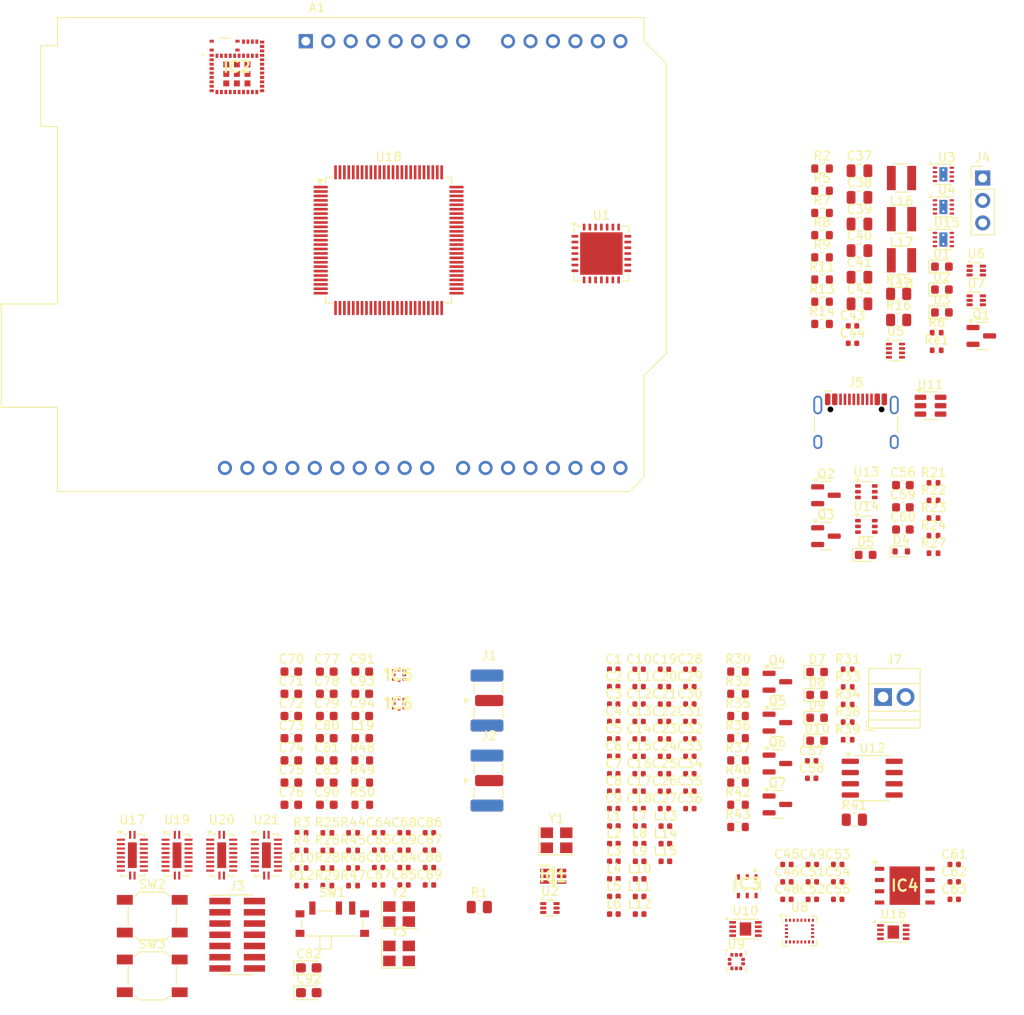
<source format=kicad_pcb>
(kicad_pcb (version 20240108) (generator "pcbnew") (generator_version "8.0")
  (layers (0 "F.Cu" signal) (31 "B.Cu" signal) (34 "B.Paste" user) (35 "F.Paste" user) (36 "B.SilkS" user "B.Silkscreen") (37 "F.SilkS" user "F.Silkscreen") (38 "B.Mask" user) (39 "F.Mask" user) (44 "Edge.Cuts" user))
  (net 0 "")
  (net 1 "GND")
  (net 2 "TX")
  (net 3 "D7")
  (net 4 "uC_VDDA")
  (net 5 "RX")
  (net 6 "D4")
  (net 7 "3.3V_IN")
  (net 8 "EXT_VIN")
  (net 9 "SCK")
  (net 10 "D9")
  (net 11 "SCL")
  (net 12 "A2")
  (net 13 "MOSI")
  (net 14 "D5")
  (net 15 "D6")
  (net 16 "MISO")
  (net 17 "uC_RESET")
  (net 18 "D8")
  (net 19 "D10")
  (net 20 "D3")
  (net 22 "SDA")
  (net 23 "A1")
  (net 24 "A3")
  (net 25 "A0")
  (net 26 "D2")
  (net 27 "XTA")
  (net 28 "VBAT_ANA")
  (net 29 "XTB")
  (net 30 "RFO_LF")
  (net 31 "RFI_LF")
  (net 32 "RFO_HF")
  (net 33 "RFI_HF")
  (net 34 "VR_PA")
  (net 35 "VR_ANA")
  (net 36 "VR_DIG")
  (net 37 "Net-(C12-Pad1)")
  (net 38 "Net-(C12-Pad2)")
  (net 39 "Net-(C13-Pad2)")
  (net 40 "Net-(C13-Pad1)")
  (net 41 "Net-(C17-Pad2)")
  (net 42 "Net-(C18-Pad2)")
  (net 43 "RF_LF_I{slash}O_50L")
  (net 44 "RF_HF_I{slash}O_50L")
  (net 45 "Net-(C29-Pad1)")
  (net 46 "Net-(C30-Pad2)")
  (net 47 "Net-(C31-Pad1)")
  (net 48 "RFC")
  (net 49 "RF_PABOOST_50L")
  (net 50 "RF_BOOST")
  (net 51 "Net-(C35-Pad1)")
  (net 52 "+1V8")
  (net 53 "+3.3V")
  (net 54 "Net-(U15-VOS)")
  (net 55 "ST_Link_VDD")
  (net 56 "USB_VDD")
  (net 57 "Net-(U8-CAP)")
  (net 58 "Net-(U8-C1)")
  (net 59 "Net-(IC3-VC)")
  (net 60 "Net-(C70-Pad1)")
  (net 61 "Net-(C71-Pad1)")
  (net 62 "Net-(C72-Pad1)")
  (net 63 "Net-(C73-Pad1)")
  (net 64 "USER_SW")
  (net 65 "Net-(D1-K)")
  (net 66 "Net-(D2-K)")
  (net 67 "Net-(D3-K)")
  (net 68 "Net-(D5-A)")
  (net 69 "Net-(D5-K)")
  (net 70 "Net-(D7-K)")
  (net 71 "VDD")
  (net 72 "Net-(D8-K)")
  (net 73 "Net-(D9-K)")
  (net 74 "Net-(D10-K)")
  (net 75 "uC_CTRL3")
  (net 77 "W25_!CS")
  (net 78 "W25_IO1")
  (net 79 "W25_IO3")
  (net 80 "W25_IO2")
  (net 81 "W25_CLK")
  (net 82 "W25_IO0")
  (net 83 "uC_I2C2_SDA")
  (net 84 "uC_I2C2_SCL")
  (net 85 "uC_I2C1_SDA")
  (net 86 "uC_I2C1_SCL")
  (net 89 "STLINK_RX")
  (net 90 "STLINK_SWO")
  (net 93 "STLINK_SWDIO")
  (net 94 "STLINK_TX")
  (net 95 "STLINK_SWCLK")
  (net 97 "USB_D-")
  (net 98 "USB_CC")
  (net 99 "USB_D+")
  (net 101 "B")
  (net 102 "A")
  (net 103 "PA_BOOST")
  (net 104 "Net-(U3-SW)")
  (net 105 "Net-(U4-SW)")
  (net 106 "Net-(U15-SW)")
  (net 107 "Net-(Q1-D)")
  (net 108 "USB_CC_CTRL")
  (net 109 "Net-(Q3-G)")
  (net 110 "YELLOW_LED")
  (net 111 "Net-(Q4-D)")
  (net 112 "BLUE_LED")
  (net 113 "Net-(Q5-D)")
  (net 114 "GREEN_LED")
  (net 115 "Net-(Q6-D)")
  (net 116 "Net-(Q7-D)")
  (net 117 "RED_LED")
  (net 118 "5V_PG")
  (net 119 "USB_VBUS_DET")
  (net 120 "1.8V_PG")
  (net 121 "3.3V_PG")
  (net 122 "ST_VDD")
  (net 123 "Net-(U13-ST)")
  (net 124 "RS485_RX")
  (net 125 "RS485_DE")
  (net 126 "RS485_TX")
  (net 127 "RCC_XTL_IN")
  (net 128 "RCC_XTL_OUT")
  (net 129 "RCC_OSC32_IN")
  (net 130 "RCC_OSC32_OUT")
  (net 131 "Net-(SW1-B)")
  (net 132 "BOOT0")
  (net 133 "SX_!RST")
  (net 134 "DIO5")
  (net 135 "DIO1")
  (net 136 "SX_SPI3_MISO")
  (net 137 "SX_SPI3_!CS")
  (net 138 "DIO3")
  (net 139 "RXTX{slash}RF_MOD")
  (net 140 "SX_SPI3_SCK")
  (net 141 "SX_SPI3_MOSI")
  (net 142 "uC_CTRL2")
  (net 143 "DIO4")
  (net 144 "DIO2")
  (net 145 "VDD_LoRA")
  (net 146 "ADC1_IN2")
  (net 147 "ADC1_IN3")
  (net 148 "LSM_INT2_A{slash}G")
  (net 149 "LSM_DRDY_M")
  (net 150 "LSM_DEN_A{slash}G")
  (net 151 "LSM_INT1_A{slash}G")
  (net 152 "LSM_INT_M")
  (net 153 "LPS22HB_INT1")
  (net 158 "uC_USB_FS_P")
  (net 163 "EEPROM_WP")
  (net 164 "QSPI_IO2")
  (net 165 "uC_USB_CC_CTRL")
  (net 166 "QSPI_CLK")
  (net 167 "QSPI_!CS")
  (net 168 "QSPI_IO3")
  (net 169 "QSPI_IO1")
  (net 170 "uc_EEPROM_WP")
  (net 172 "QSPI_IO0")
  (net 174 "GPIO2{slash}PWM2")
  (net 177 "uC_LSM_INT1_A{slash}G")
  (net 178 "uC_LPUART_RX")
  (net 179 "uC_LSM_INT2_A{slash}G")
  (net 180 "uC_LPUART_TX")
  (net 181 "uC_UART3_TX")
  (net 182 "uC_SPI2_!CS")
  (net 184 "uC_UART1_RX")
  (net 192 "uC_UART3_RX")
  (net 194 "uC_LSM_DEN_A{slash}G")
  (net 196 "uC_LSM_DRDY_M")
  (net 197 "uC_LSM_INT_M")
  (net 198 "uC_SWCLK")
  (net 199 "uC_LPS22HB_INT1")
  (net 202 "uC_SPI2_MOSI")
  (net 203 "GPIO4{slash}PWM4")
  (net 206 "GPIO3{slash}PWM3")
  (net 208 "uC_SPI2_MISO")
  (net 209 "uC_SWDIO")
  (net 210 "uC_SWO")
  (net 211 "uC_UART1_TX")
  (net 212 "GPIO1{slash}PWM1")
  (net 215 "SPI2_!CS")
  (net 218 "+5V")
  (net 219 "VDD_LoRa")
  (net 220 "Memory_VDD")
  (net 221 "uC_CTRL1")
  (net 280 "SX_Current_Sense_VIN")
  (net 281 "uC_USB_FS_M")
  (footprint "Resistor_SMD:R_0402_1005Metric" (layer "F.Cu") (at 163.595 83.405)
    (property "Reference" "R27")
    (property "Value" "10k")
  )
  (footprint "Resistor_SMD:R_0603_1608Metric" (layer "F.Cu") (at 150.995 52.455)
    (property "Reference" "R11")
    (property "Value" "2.2k")
  )
  (footprint "Capacitor_SMD:C_0402_1005Metric" (layer "F.Cu") (at 136.055 110.315)
    (property "Reference" "C35")
    (property "Value" "0.5uf")
  )
  (footprint "Capacitor_SMD:C_0402_1005Metric" (layer "F.Cu") (at 106.615 116.985)
    (property "Reference" "C87")
    (property "Value" "0.1uf")
  )
  (footprint "Capacitor_SMD:C_0402_1005Metric" (layer "F.Cu") (at 147.025 118.605)
    (property "Reference" "C45")
    (property "Value" "10nf")
  )
  (footprint "Resistor_SMD:R_0402_1005Metric" (layer "F.Cu") (at 163.595 75.445)
    (property "Reference" "R21")
    (property "Value" "56k")
  )
  (footprint "Resistor_SMD:R_0402_1005Metric" (layer "F.Cu") (at 163.955 58.465)
    (property "Reference" "R6")
    (property "Value" "120k")
  )
  (footprint "Inductor_SMD:L_0402_1005Metric" (layer "F.Cu") (at 127.465 122.225)
    (property "Reference" "L5")
    (property "Value" "22n")
  )
  (footprint "Package_SON:WSON-8-1EP_2x2mm_P0.5mm_EP0.9x1.6mm_ThermalVias" (layer "F.Cu") (at 164.71 40.56)
    (property "Reference" "U3")
    (property "Value" "TPS62161DSG")
  )
  (footprint "Resistor_SMD:R_0603_1608Metric" (layer "F.Cu") (at 99.025 109.345)
    (property "Reference" "R49")
    (property "Value" "10k")
  )
  (footprint "Resistor_SMD:R_0402_1005Metric" (layer "F.Cu") (at 95.075 117.015)
    (property "Reference" "R26")
    (property "Value" "2.2k")
  )
  (footprint "Capacitor_SMD:C_0603_1608Metric" (layer "F.Cu") (at 95.015 111.855)
    (property "Reference" "C90")
    (property "Value" "0.1uf")
  )
  (footprint "Package_SON:WSON-8-1EP_2x2mm_P0.5mm_EP0.9x1.6mm_ThermalVias" (layer "F.Cu") (at 164.71 47.93)
    (property "Reference" "U15")
    (property "Value" "TPS62163DSG")
  )
  (footprint "Capacitor_SMD:C_0603_1608Metric" (layer "F.Cu") (at 91.005 111.855)
    (property "Reference" "C76")
    (property "Value" "0.1uf")
  )
  (footprint "Capacitor_SMD:C_0402_1005Metric" (layer "F.Cu") (at 133.185 102.435)
    (property "Reference" "C22")
    (property "Value" "NM")
  )
  (footprint "Capacitor_SMD:C_0402_1005Metric" (layer "F.Cu") (at 136.055 100.465)
    (property "Reference" "C30")
    (property "Value" "22pf")
  )
  (footprint "Inductor_SMD:L_0402_1005Metric" (layer "F.Cu") (at 127.465 118.245)
    (property "Reference" "L3")
    (property "Value" "47n")
  )
  (footprint "Inductor_SMD:L_0402_1005Metric" (layer "F.Cu") (at 130.375 114.265)
    (property "Reference" "L7")
    (property "Value" "12n")
  )
  (footprint "Resistor_SMD:R_0603_1608Metric" (layer "F.Cu") (at 99.025 111.855)
    (property "Reference" "R50")
    (property "Value" "10k")
  )
  (footprint "Capacitor_SMD:C_0603_1608Metric" (layer "F.Cu") (at 99.025 96.795)
    (property "Reference" "C91")
    (property "Value" "4.7uf")
  )
  (footprint "Capacitor_SMD:C_0603_1608Metric" (layer "F.Cu") (at 95.015 109.345)
    (property "Reference" "C83")
    (property "Value" "0.1uf")
  )
  (footprint "Resistor_SMD:R_0402_1005Metric" (layer "F.Cu") (at 95.075 115.025)
    (property "Reference" "R25")
    (property "Value" "2.2k")
  )
  (footprint "Capacitor_SMD:C_0402_1005Metric" (layer "F.Cu") (at 136.055 112.285)
    (property "Reference" "C36")
    (property "Value" "0.5uf")
  )
  (footprint "Capacitor_SMD:C_0402_1005Metric" (layer "F.Cu") (at 136.055 108.345)
    (property "Reference" "C34")
    (property "Value" "NM")
  )
  (footprint "Inductor_SMD:L_0402_1005Metric" (layer "F.Cu") (at 127.465 120.235)
    (property "Reference" "L4")
    (property "Value" "33n")
  )
  (footprint "Button_Switch_SMD:SW_SPDT_PCM12" (layer "F.Cu") (at 95.635 124.965)
    (property "Reference" "SW1")
    (property "Value" "SW_SPDT")
  )
  (footprint "Capacitor_SMD:C_0402_1005Metric" (layer "F.Cu") (at 130.315 104.405)
    (property "Reference" "C14")
    (property "Value" "15pf")
  )
  (footprint "Capacitor_SMD:C_0402_1005Metric" (layer "F.Cu") (at 136.055 98.495)
    (property "Reference" "C29")
    (property "Value" "8.2pf")
  )
  (footprint "Capacitor_SMD:C_0805_2012Metric" (layer "F.Cu") (at 155.225 46.175)
    (property "Reference" "C39")
    (property "Value" "10uf")
  )
  (footprint "Capacitor_SMD:C_0402_1005Metric" (layer "F.Cu") (at 149.895 120.575)
    (property "Reference" "C51")
    (property "Value" "0.1uf")
  )
  (footprint "Resistor_SMD:R_0402_1005Metric" (layer "F.Cu") (at 163.595 79.425)
    (property "Reference" "R23")
    (property "Value" "10k")
  )
  (footprint "Capacitor_SMD:C_0603_1608Metric" (layer "F.Cu") (at 95.015 96.795)
    (property "Reference" "C77")
    (property "Value" "0.1uf")
  )
  (footprint "Capacitor_SMD:C_0402_1005Metric" (layer "F.Cu") (at 152.765 122.545)
    (property "Reference" "C55")
    (property "Value" "0.1uf")
  )
  (footprint "Crystal:Crystal_SMD_3225-4Pin_3.2x2.5mm" (layer "F.Cu") (at 103.185 124.215)
    (property "Reference" "Y2")
    (property "Value" "8MHz")
  )
  (footprint "Package_TO_SOT_SMD:SOT-23" (layer "F.Cu") (at 145.945 97.94)
    (property "Reference" "Q4")
    (property "Value" "DMG2302U")
  )
  (footprint "Resistor_SMD:R_0603_1608Metric" (layer "F.Cu") (at 141.495 104.325)
    (property "Reference" "R36")
    (property "Value" "2.2k")
  )
  (footprint "Footprint:SON127P600X500X80-9N-D" (layer "F.Cu") (at 160.35 121)
    (property "Reference" "IC4")
    (property "Value" "W25Q128JVPIQ" (hide yes))
  )
  (footprint "Capacitor_SMD:C_0402_1005Metric" (layer "F.Cu") (at 165.935 122.545)
    (property "Reference" "C63")
    (property "Value" "0.1uf")
  )
  (footprint "LED_SMD:LED_0603_1608Metric" (layer "F.Cu") (at 164.545 50.995)
    (property "Reference" "D1")
    (property "Value" "LED_Small")
  )
  (footprint "Capacitor_SMD:C_0402_1005Metric" (layer "F.Cu") (at 136.055 106.375)
    (property "Reference" "C33")
    (property "Value" "3.3pf")
  )
  (footprint "Package_LGA:LGA-24L_3x3.5mm_P0.43mm" (layer "F.Cu") (at 148.45 126.14)
    (property "Reference" "U8")
    (property "Value" "LSM9DS1")
  )
  (footprint "Capacitor_SMD:C_0603_1608Metric" (layer "F.Cu") (at 91.005 109.345)
    (property "Reference" "C75")
    (property "Value" "0.1uf")
  )
  (footprint "Capacitor_SMD:C_0402_1005Metric" (layer "F.Cu") (at 127.445 108.345)
    (property "Reference" "C7")
    (property "Value" "0.1uf")
  )
  (footprint "Resistor_SMD:R_0603_1608Metric" (layer "F.Cu") (at 141.495 114.365)
    (property "Reference" "R43")
    (property "Value" "2.2k")
  )
  (footprint "Capacitor_SMD:C_0402_1005Metric" (layer "F.Cu") (at 149.895 122.545)
    (property "Reference" "C52")
    (property "Value" "4.7uf")
  )
  (footprint "Capacitor_SMD:C_0402_1005Metric" (layer "F.Cu") (at 127.445 104.405)
    (property "Reference" "C5")
    (property "Value" "1.5pf")
  )
  (footprint "Capacitor_SMD:C_0402_1005Metric" (layer "F.Cu") (at 103.745 115.015)
    (property "Reference" "C68")
    (property "Value" "0.1uf")
  )
  (footprint "Capacitor_SMD:C_0402_1005Metric" (layer "F.Cu") (at 133.185 112.285)
    (property "Reference" "C27")
    (property "Value" "0.1uf")
  )
  (footprint "Resistor_SMD:R_0402_1005Metric" (layer "F.Cu") (at 163.595 77.435)
    (property "Reference" "R22")
    (property "Value" "47k")
  )
  (footprint "Capacitor_SMD:C_0402_1005Metric" (layer "F.Cu") (at 152.765 118.605)
    (property "Reference" "C53")
    (property "Value" "10nf")
  )
  (footprint "Capacitor_SMD:C_0805_2012Metric" (layer "F.Cu") (at 155.225 49.185)
    (property "Reference" "C40")
    (property "Value" "22uf")
  )
  (footprint "Footprint:PQFN50P160X160X55-8N" (layer "F.Cu") (at 103.18 97.165)
    (property "Reference" "IC5")
    (property "Value" "FXMA2102L8X" (hide yes))
  )
  (footprint "Resistor_SMD:R_0805_2012Metric" (layer "F.Cu") (at 159.655 57.025)
    (property "Reference" "R16")
    (property "Value" "50mR")
  )
  (footprint "Package_TO_SOT_SMD:SOT-23" (layer "F.Cu") (at 151.435 76.85)
    (property "Reference" "Q2")
    (property "Value" "DMG2302U")
  )
  (footprint "Resistor_SMD:R_0402_1005Metric" (layer "F.Cu") (at 163.955 60.455)
    (property "Reference" "Re1")
    (property "Value" "240k")
  )
  (footprint "Button_Switch_SMD:SW_SPST_SKQG_WithStem" (layer "F.Cu") (at 75.285 131.205)
    (property "Reference" "SW3")
    (property "Value" "SW_Push")
  )
  (footprint "Inductor_SMD:L_0402_1005Metric" (layer "F.Cu") (at 127.465 124.215)
    (property "Reference" "L6")
    (property "Value" "10n")
  )
  (footprint "Capacitor_SMD:C_0402_1005Metric" (layer "F.Cu") (at 147.025 122.545)
    (property "Reference" "C48")
    (property "Value" "10nf")
  )
  (footprint "Capacitor_SMD:C_0402_1005Metric" (layer "F.Cu") (at 127.445 106.375)
    (property "Reference" "C6")
    (property "Value" "10nf")
  )
  (footprint "Inductor_SMD:L_0402_1005Metric" (layer "F.Cu") (at 133.285 118.245)
    (property "Reference" "L15")
    (property "Value" "33n")
  )
  (footprint "Resistor_SMD:R_0402_1005Metric" (layer "F.Cu") (at 97.985 120.995)
    (property "Reference" "R47")
    (property "Value" "0R")
  )
  (footprint "Resistor_SMD:R_0402_1005Metric" (layer "F.Cu") (at 92.165 117.015)
    (property "Reference" "R4")
    (property "Value" "2.2k")
  )
  (footprint "Capacitor_SMD:C_0402_1005Metric" (layer "F.Cu") (at 130.315 106.375)
    (property "Reference" "C15")
    (property "Value" "4.7pf")
  )
  (footprint "Package_DFN_QFN:QFN-28-1EP_6x6mm_P0.65mm_EP4.8x4.8mm" (layer "F.Cu") (at 126.05 49.5125)
    (property "Reference" "U1")
    (property "Value" "SX1276")
  )
  (footprint "Resistor_SMD:R_0402_1005Metric" (layer "F.Cu") (at 153.895 98.525)
    (property "Reference" "R33")
    (property "Value" "10k")
  )
  (footprint "Capacitor_SMD:C_0603_1608Metric" (layer "F.Cu") (at 160.135 75.705)
    (property "Reference" "C56")
    (property "Value" "0.1uf")
  )
  (footprint "Package_TO_SOT_SMD:SOT-23-6" (layer "F.Cu") (at 163.255 66.72)
    (property "Reference" "U11")
    (property "Value" "USBLC6-2SC6")
  )
  (footprint "Capacitor_SMD:C_0402_1005Metric" (layer "F.Cu") (at 127.445 96.525)
    (property "Reference" "C1")
    (property "Value" "15pf")
  )
  (footprint "Resistor_SMD:R_0402_1005Metric" (layer "F.Cu") (at 95.075 119.005)
    (property "Reference" "R28")
    (property "Value" "2.2k")
  )
  (footprint "Inductor_SMD:L_0402_1005Metric" (layer "F.Cu") (at 127.465 116.255)
    (property "Reference" "L2")
    (property "Value" "5.6n")
  )
  (footprint "LED_SMD:LED_0603_1608Metric" (layer "F.Cu") (at 150.435 99.425)
    (property "Reference" "D8")
    (property "Value" "LED_Small")
  )
  (footprint "Resistor_SMD:R_0805_2012Metric" (layer "F.Cu") (at 154.645 113.545)
    (property "Reference" "R41")
    (property "Value" "120")
  )
  (footprint "Package_DFN_QFN:DFN-8-1EP_3x2mm_P0.5mm_EP1.3x1.5mm" (layer "F.Cu") (at 159.05 126.25)
    (property "Reference" "U16")
    (property "Value" "AT24CS02-MAHM")
  )
  (footprint "Resistor_SMD:R_0603_1608Metric" (layer "F.Cu") (at 141.495 101.815)
    (property "Reference" "R35")
    (property "Value" "4.7k")
  )
  (footprint "Connector_USB:USB_C_Receptacle_HCTL_HC-TYPE-C-16P-01A" (layer "F.Cu") (at 154.835 69.745)
    (property "Reference" "J5")
    (property "Value" "USB_C_Receptacle_USB2.0_16P")
  )
  (footprint "Capacitor_SMD:C_0603_1608Metric" (layer "F.Cu") (at 95.015 101.815)
    (property "Reference" "C79")
    (property "Value" "0.1uf")
  )
  (footprint "Capacitor_SMD:C_0603_1608Metric" (layer "F.Cu") (at 99.025 99.305)
    (property "Reference" "C93")
    (property "Value" "0.1uf")
  )
  (footprint "LED_SMD:LED_0603_1608Metric" (layer "F.Cu") (at 150.435 96.835)
    (property "Reference" "D7")
    (property "Value" "LED_Small")
  )
  (footprint "Inductor_SMD:L_0402_1005Metric" (layer "F.Cu") (at 130.375 124.215)
    (property "Reference" "L12")
    (property "Value" "33n")
  )
  (footprint "LED_SMD:LED_0603_1608Metric" (layer "F.Cu") (at 164.545 56.175)
    (property "Reference" "D3")
    (property "Value" "LED_Small")
  )
  (footprint "Package_QFP:LQFP-100_14x14mm_P0.5mm" (layer "F.Cu") (at 102 48)
    (property "Reference" "U18")
    (property "Value" "STM32L496VGTx")
  )
  (footprint "Resistor_SMD:R_0402_1005Metric" (layer "F.Cu") (at 92.165 119.005)
    (property "Reference" "R10")
    (property "Value" "2.2k")
  )
  (footprint "Capacitor_SMD:C_0402_1005Metric" (layer "F.Cu") (at 106.615 120.925)
    (property "Reference" "C89")
    (property "Value" "0.1uf")
  )
  (footprint "Capacitor_SMD:C_0402_1005Metric" (layer "F.Cu") (at 127.445 102.435)
    (property "Reference" "C4")
    (property "Value" "2.2pf")
  )
  (footprint "Package_DFN_QFN:WQFN-20-1EP_2.5x4.5mm_P0.5mm_EP1x2.9mm" (layer "F.Cu") (at 78.085 117.555)
    (property "Reference" "U19")
    (property "Value" "FXMA108")
  )
  (footprint "Capacitor_SMD:C_0402_1005Metric" (layer "F.Cu") (at 136.055 102.435)
    (property "Reference" "C31")
    (property "Value" "8.2pf")
  )
  (footprint "Crystal:Crystal_SMD_3225-4Pin_3.2x2.5mm" (layer "F.Cu") (at 120.985 115.865)
    (property "Reference" "Y1")
    (property "Value" "32MHz")
  )
  (footprint "Capacitor_SMD:C_0402_1005Metric" (layer "F.Cu") (at 133.185 100.465)
    (property "Reference" "C21")
    (property "Value" "4.7pf")
  )
  (footprint "Capacitor_SMD:C_0402_1005Metric" (layer "F.Cu") (at 100.875 116.985)
    (property "Reference" "C65")
    (property "Value" "0.1uf")
  )
  (footprint "Capacitor_SMD:C_0402_1005Metric" (layer "F.Cu") (at 133.185 108.345)
    (property "Reference" "C25")
    (property "Value" "4.7pf")
  )
  (footprint "Package_TO_SOT_SMD:SOT-23" (layer "F.Cu") (at 168.995 58.83)
    (property "Reference" "Q1")
    (property "Value" "DMG2302U")
  )
  (footprint "Capacitor_SMD:C_0402_1005Metric" (layer "F.Cu") (at 127.445 100.465)
    (property "Reference" "C3")
    (property "Value" "15pf")
  )
  (footprint "Capacitor_SMD:C_0402_1005Metric" (layer "F.Cu") (at 130.315 110.315)
    (property "Reference" "C17")
    (property "Value" "NM")
  )
  (footprint "Resistor_SMD:R_0402_1005Metric" (layer "F.Cu") (at 163.595 81.415)
    (property "Reference" "R24")
    (property "Value" "360R")
  )
  (footprint "LED_SMD:LED_0603_1608Metric" (layer "F.Cu") (at 150.435 102.015)
    (property "Reference" "D9")
    (property "Value" "LED_Small")
  )
  (footprint "Resistor_SMD:R_0402_1005Metric" (layer "F.Cu") (at 97.985 119.005)
    (property "Reference" "R46")
    (property "Value" "0R")
  )
  (footprint "Capacitor_SMD:C_0603_1608Metric" (layer "F.Cu") (at 91.005 104.325)
    (property "Reference" "C73")
    (property "Value" "20pf")
  )
  (footprint "Footprint:SOT65P210X110-6N" (layer "F.Cu") (at 120.61 119.94)
    (property "Reference" "IC1")
    (property "Value" "PE4259-63" (hide yes))
  )
  (footprint "Connector_Coaxial:SMA_Samtec_SMA-J-P-H-ST-EM1_EdgeMount" (layer "F.Cu") (at 113.37 100.065)
    (property "Reference" "J1")
    (property "Value" "Conn_Coaxial_Small")
  )
  (footprint "Crystal:Crystal_SMD_3225-4Pin_3.2x2.5mm" (layer "F.Cu") (at 103.185 128.665)
    (property "Reference" "Y3")
    (property "Value" "32.768KHz")
  )
  (footprint "Resistor_SMD:R_0805_2012Metric" (layer "F.Cu") (at 112.255 123.425)
    (property "Reference" "R1")
    (property "Value" "250mR")
  )
  (footprint "Resistor_SMD:R_0805_2012Metric" (layer "F.Cu") (at 159.655 54.075)
    (property "Reference" "R15")
    (property "Value" "50mR")
  )
  (footprint "Package_LGA:ST_HLGA-10_2x2mm_P0.5mm_LayoutBorder3x2y" (layer "F.Cu") (at 141.31 129.59)
    (property "Reference" "U9")
    (property "Value" "LPS22HB")
  )
  (footprint "Resistor_SMD:R_0603_1608Metric" (layer "F.Cu") (at 141.495 96.795)
    (property "Reference" "R30")
    (property "Value" "4.7k")
  )
  (footprint "Package_SON:WSON-8-1EP_2x2mm_P0.5mm_EP0.9x1.6mm_ThermalVias" (layer "F.Cu") (at 164.71 44.245)
    (property "Reference" "U4")
    (property "Value" "TPS62162DSG")
  )
  (footprint "Capacitor_SMD:C_0402_1005Metric" (layer "F.Cu") (at 127.445 98.495)
    (property "Reference" "C2")
    (property "Value" "0.1uf")
  )
  (footprint "Resistor_SMD:R_0402_1005Metric" (layer "F.Cu") (at 92.165 115.025)
    (property "Reference" "R3")
    (property "Value" "2.2k")
  )
  (footprint "Capacitor_Tantalum_SMD:CP_EIA-2012-12_Kemet-R" (layer "F.Cu") (at 92.98 133.105)
    (property "Reference" "C92")
    (property "Value" "1uf")
  )
  (footprint "Capacitor_SMD:C_0603_1608Metric" (layer "F.Cu") (at 95.015 99.305)
    (property "Reference" "C78")
    (property "Value" "0.1uf")
  )
  (footprint "Capacitor_SMD:C_0402_1005Metric" (layer "F.Cu") (at 154.435 59.665)
    (property "Reference" "C44")
    (property "Value" "0.1uf")
  )
  (footprint "Capacitor_SMD:C_0603_1608Metric" (layer "F.Cu") (at 91.005 99.305)
    (property "Reference" "C71")
    (property "Value" "20pf")
  )
  (footprint "Inductor_SMD:L_0402_1005Metric" (layer "F.Cu") (at 130.375 116.255)
    (property "Reference" "L8")
    (property "Value" "10n")
  )
  (footprint "Capacitor_SMD:C_0402_1005Metric" (layer "F.Cu") (at 154.435 57.695)
    (property "Reference" "C43")
    (property "Value" "0.1uf")
  )
  (footprint "Package_TO_SOT_SMD:SOT-583-8" (layer "F.Cu") (at 159.295 60.5)
    (property "Reference" "U5")
    (property "Value" "TPS2116DRL")
  )
  (footprint "Resistor_SMD:R_0402_1005Metric" (layer "F.Cu") (at 153.895 100.515)
    (property "Reference" "R34")
    (property "Value" "10k")
  )
  (footprint "Capacitor_SMD:C_0402_1005Metric" (layer "F.Cu") (at 152.765 120.575)
    (property "Reference" "C54")
    (property "Value" "0.1uf")
  )
  (footprint "Resistor_SMD:R_0603_1608Metric" (layer "F.Cu") (at 150.995 49.945)
    (property "Reference" "R9")
    (property "Value" "100k")
  )
  (footprint "Capacitor_SMD:C_0402_1005Metric" (layer "F.Cu") (at 100.875 118.955)
    (property "Reference" "C66")
    (property "Value" "0.1uf")
  )
  (footprint "Capacitor_SMD:C_0402_1005Metric" (layer "F.Cu") (at 149.825 106.885)
    (property "Reference" "C57")
    (property "Value" "0.1uf")
  )
  (footprint "Resistor_SMD:R_0603_1608Metric" (layer "F.Cu") (at 150.995 44.925)
    (property "Reference" "R7")
    (property "Value" "4.7k")
  )
  (footprint "Capacitor_SMD:C_0402_1005Metric" (layer "F.Cu") (at 133.185 104.405)
    (property "Reference" "C23")
    (property "Value" "NM")
  )
  (footprint "Resistor_SMD:R_0402_1005Metric" (layer "F.Cu") (at 95.075 120.995)
    (property "Reference" "R29")
    (property "Value" "2.2k")
  )
  (footprint "Resistor_SMD:R_0402_1005Metric" (layer "F.Cu") (at 153.895 102.505)
    (property "Reference" "R38")
    (property "Value" "20k")
  )
  (footprint "Inductor_SMD:L_0402_1005Metric" (layer "F.Cu") (at 133.285 114.265)
    (property "Reference" "L13")
    (property "Value" "5.6n")
  )
  (footprint "Resistor_SMD:R_0402_1005Metric" (layer "F.Cu") (at 153.895 104.495)
    (property "Reference" "R39")
    (property "Value" "20k")
  )
  (footprint "Inductor_SMD:L_0402_1005Metric" (layer "F.Cu") (at 127.465 114.265)
    (property "Reference" "L1")
    (property "Value" "18n")
  )
  (footprint "Package_TO_SOT_SMD:SOT-363_SC-70-6" (layer "F.Cu") (at 156.005 76.45)
    (property "Reference" "U13")
    (property "Value" "LM66100DCK")
  )
  (footprint "Capacitor_SMD:C_0402_1005Metric" (layer "F.Cu") (at 136.055 96.525)
    (property "Reference" "C28")
    (property "Value" "47pf")
  )
  (footprint "Capacitor_SMD:C_0402_1005Metric" (layer "F.Cu") (at 133.185 98.495)
    (property "Reference" "C20")
    (property "Value" "12pf")
  )
  (footprint "Button_Switch_SMD:SW_SPST_SKQG_WithStem" (layer "F.Cu") (at 75.285 124.455)
    (property "Reference" "SW2")
    (property "Value" "SW_Push")
  )
  (footprint "Capacitor_Tantalum_SMD:CP_EIA-2012-12_Kemet-R" (layer "F.Cu") (at 92.98 130.295)
    (property "Reference" "C82")
    (property "Value" "1uf")
  )
  (footprint "Capacitor_SMD:C_0402_1005Metric" (layer "F.Cu") (at 133.185 96.525)
    (property "Reference" "C19")
    (property "Value" "0.1uf")
  )
  (footprint "Resistor_SMD:R_0603_1608Metric" (layer "F.Cu") (at 150.995 57.475)
    (property "Reference" "R14")
    (property "Value" "2.2k")
  )
  (footprint "Capacitor_SMD:C_0603_1608Metric" (layer "F.Cu") (at 91.005 96.795)
    (property "Reference" "C70")
    (property "Value" "20pf")
  )
  (footprint "Connector_Coaxial:SMA_Samtec_SMA-J-P-H-ST-EM1_EdgeMount" (layer "F.Cu") (at 113.37 109.115)
    (property "Reference" "J2")
    (property "Value" "Conn_Coaxial_Small")
  )
  (footprint "Capacitor_SMD:C_0603_1608Metric" (layer "F.Cu") (at 95.015 104.325)
    (property "Reference" "C80")
    (property "Value" "0.1uf")
  )
  (footprint "Module:Arduino_UNO_R3" (layer "F.Cu") (at 92.64 25.5)
    (property "Reference" "A1")
    (property "Value" "Arduino_UNO_R3")
  )
  (footprint "Capacitor_SMD:C_0603_1608Metric" (layer "F.Cu") (at 95.015 106.835)
    (property "Reference" "C81")
    (property "Value" "4.7uf")
  )
  (footprint "Inductor_SMD:L_0402_1005Metric" (layer "F.Cu") (at 130.375 120.235)
    (property "Reference" "L10")
    (property "Value" "10n")
  )
  (footprint "Inductor_SMD:L_0603_1608Metric" (layer "F.Cu") (at 99.025 104.325)
    (property "Reference" "L19")
    (property "Value" "BEAD(FCM1608KF-601T03)")
  )
  (footprint "Capacitor_SMD:C_0402_1005Metric" (layer "F.Cu") (at 103.745 118.955)
    (property "Reference" "C84")
    (property "Value" "0.1uf")
  )
  (footprint "Package_DFN_QFN:WQFN-20-1EP_2.5x4.5mm_P0.5mm_EP1x2.9mm" (layer "F.Cu") (at 88.185 117.555)
    (property "Reference" "U21")
    (property "Value" "FXMA108")
  )
  (footprint "Connector_PinHeader_2.54mm:PinHeader_1x03_P2.54mm_Vertical" (layer "F.Cu") (at 169.155 40.975)
    (property "Reference" "J4")
    (property "Value" "Conn_01x03")
  )
  (footprint "Resistor_SMD:R_0603_1608Metric" (layer "F.Cu") (at 150.995 47.435)
    (property "Reference" "R8")
    (property "Value" "100k")
  )
  (footprint "Capacitor_SMD:C_0603_1608Metric" (layer "F.Cu") (at 99.025 101.815)
    (property "Reference" "C94")
    (property "Value" "1uf")
  )
  (footprint "Capacitor_SMD:C_0402_1005Metric" (layer "F.Cu") (at 127.445 110.315)
    (property "Reference" "C8")
    (property "Value" "6.8pf")
  )
  (footprint "Capacitor_SMD:C_0805_2012Metric" (layer "F.Cu") (at 155.225 52.195)
    (property "Reference" "C41")
    (property "Value" "22uf")
  )
  (footprint "Resistor_SMD:R_0603_1608Metric" (layer "F.Cu") (at 99.025 106.835)
    (property "Reference" "R48")
    (property "Value" "10k")
  )
  (footprint "Inductor_SMD:L_0402_1005Metric" (layer "F.Cu") (at 130.375 122.225)
    (property "Reference" "L11")
    (property "Value" "2.7n")
  )
  (footprint "Capacitor_SMD:C_0402_1005Metric" (layer "F.Cu") (at 136.055 104.405)
    (property "Reference" "C32")
    (property "Value" "NM")
  )
  (footprint "Resistor_SMD:R_0402_1005Metric" (layer "F.Cu") (at 153.895 96.535)
    (property "Reference" "R31")
    (property "Value" "10k")
  )
  (footprint "Diode_SMD:D_SOD-523" (layer "F.Cu") (at 159.95 83.205)
    (property "Reference" "D4")
    (property "Value" "ESD5Zxx")
  )
  (footprint "Capacitor_SMD:C_0603_1608Metric" (layer "F.Cu") (at 91.005 106.835)
    (property "Reference" "C74")
    (property "Value" "0.1uf")
  )
  (footprint "Inductor_SMD:L_Abracon_ASPI-3012S" (layer "F.Cu") (at 159.975 40.975)
    (property "Reference" "L16")
    (property "Value" "VLS252010HBX-2R2M-1")
  )
  (footprint "Package_TO_SOT_SMD:SOT-23" (layer "F.Cu") (at 145.945 111.815)
    (property "Reference" "Q7")
    (property "Value" "DMG2302U")
  )
  (footprint "Connector_PinHeader_1.27mm:PinHeader_2x07_P1.27mm_Vertical_SMD" (layer "F.Cu") (at 84.885 126.555)
    (property "Reference" "J3")
    (property "Value" "Conn_ST_STDC14")
  )
  (footprint "Resistor_SMD:R_0603_1608Metric" (layer "F.Cu") (at 141.495 109.345)
    (property "Reference" "R40")
    (property "Value" "2.2k")
  )
  (footprint "Capacitor_SMD:C_0402_1005Metric" (layer "F.Cu") (at 130.315 108.345)
    (property "Reference" "C16")
    (property "Value" "0.1uf")
  )
  (footprint "Resistor_SMD:R_0402_1005Metric" (layer "F.Cu") (at 92.165 120.995)
    (property "Reference" "R12")
    (property "Value" "2.2k")
  )
  (footprint "Capacitor_SMD:C_0402_1005Metric" (layer "F.Cu") (at 130.315 102.435)
    (property "Reference" "C13")
    (property "Value" "33pf")
  )
  (footprint "Resistor_SMD:R_0603_1608Metric" (layer "F.Cu") (at 141.495 106.835)
    (property "Reference" "R37")
    (property "Value" "4.7k")
  )
  (footprint "LED_SMD:LED_0603_1608Metric" (layer "F.Cu") (at 150.435 104.605)
    (property "Reference" "D10")
    (property "Value" "LED_Small")
  )
  (footprint "Package_DFN_QFN:DFN-8-1EP_3x2mm_P0.5mm_EP1.3x1.5mm" (layer "F.Cu") (at 142.34 125.9)
    (property "Reference" "U10")
    (property "Value" "ATECC608A-MAHDA")
  )
  (footprint "Resistor_SMD:R_0402_1005Metric" (layer "F.Cu") (at 97.985 115.025)
    (property "Reference" "R44")
    (property "Value" "0R")
  )
  (footprint "Capacitor_SMD:C_0402_1005Metric" (layer "F.Cu") (at 130.315 98.495)
    (property "Reference" "C11")
    (property "Value" "47pf")
  )
  (footprint "Resistor_SMD:R_0603_1608Metric" (layer "F.Cu") (at 150.995 42.415)
    (property "Reference" "R5")
    (property "Value" "100k")
  )
  (footprint "Package_TO_SOT_SMD:SOT-363_SC-70-6" (layer "F.Cu") (at 156.005 80.375)
    (property "Reference" "U14")
    (property "Value" "LM66100DCK")
  )
  (footprint "Capacitor_SMD:C_0402_1005Metric" (layer "F.Cu") (at 149.825 108.855)
    (property "Reference" "C58")
    (property "Value" "10uf")
  )
  (footprint "Capacitor_SMD:C_0402_1005Metric" (layer "F.Cu") (at 130.315 100.465)
    (property "Reference" "C12")
    (property "Value" "47pf")
  )
  (footprint "Capacitor_SMD:C_0805_2012Metric" (layer "F.Cu") (at 155.225 55.205)
    (property "Reference" "C42")
    (property "Value" "22uf")
  )
  (footprint "Capacitor_SMD:C_0402_1005Metric" (layer "F.Cu") (at 100.875 115.015)
    (property "Reference" "C64")
    (property "Value" "0.1uf")
  )
  (footprint "Capacitor_SMD:C_0402_1005Metric" (layer "F.Cu") (at 149.895 118.605)
    (property "Reference" "C49")
    (property "Value" "0.1uf")
  )
  (footprint "LED_SMD:LED_0603_1608Metric" (layer "F.Cu") (at 155.925 83.595)
    (property "Reference" "D5")
    (property "Value" "LED")
  )
  (footprint "Capacitor_SMD:C_0402_1005Metric" (layer "F.Cu") (at 127.445 112.285)
    (property "Reference" "C9")
    (property "Value" "0.1uf")
  )
  (footprint "Inductor_SMD:L_Abracon_ASPI-3012S" (layer "F.Cu") (at 159.975 45.625)
    (property "Reference" "L17")
    (property "Value" "VLS252010HBX-2R2M-1")
  )
  (footprint "Capacitor_SMD:C_0603_1608Metric" (layer "F.Cu") (at 91.005 101.815)
    (property "Reference" "C72")
    (property "Value" "20pf")
  )
  (footprint "Package_TO_SOT_SMD:SOT-23" (layer "F.Cu") (at 145.945 107.19)
    (property "Reference" "Q6")
    (property "Value" "DMG2302U")
  )
  (footprint "Resistor_SMD:R_0603_1608Metric" (layer "F.Cu") (at 150.995 54.965)
    (property "Reference" "R13")
    (property "Value" "4.7k")
  )
  (footprint "Capacitor_SMD:C_0603_1608Metric" (layer "F.Cu") (at 160.135 80.725)
    (property "Reference" "C60")
    (property "Value" "0.1uf")
  )
  (footprint "Package_TO_SOT_SMD:SOT-563" (layer "F.Cu") (at 120.235 123.53)
    (property "Reference" "U2")
    (property "Value" "INA185")
  )
  (footprint "Footprint:PQFN50P160X160X55-8N" (layer "F.Cu") (at 103.18 100.415)
    (property "Reference" "IC6")
    (property "Value" "FXMA2102L8X" (hide yes))
  )
  (footprint "Resistor_SMD:R_0603_1608Metric" (layer "F.Cu") (at 150.995 39.905)
    (property "Reference" "R2")
    (property "Value" "10k")
  )
  (footprint "Footprint:WFM200S022XNA3" (layer "F.Cu") (at 84.85 28.4)
    (property "Reference" "IC2")
    (property "Value" "WFM200SS22XNA3" (hide yes))
  )
  (footprint "Package_TO_SOT_SMD:SOT-563" (layer "F.Cu") (at 168.425 51.44)
    (property "Reference" "U6")
    (property "Value" "INA185")
  )
  (footprint "Capacitor_SMD:C_0805_2012Metric" (layer "F.Cu") (at 155.225 40.155)
    (property "Reference" "C37")
    (property "Value" "10uf")
  )
  (footprint "Capacitor_SMD:C_0402_1005Metric" (layer "F.Cu") (at 130.315 96.525)
    (property "Reference" "C10")
    (property "Value" "100pf")
  )
  (footprint "Inductor_SMD:L_Abracon_ASPI-3012S" (layer "F.Cu") (at 159.975 50.275)
    (property "Reference" "L18")
    (property "Value" "VLS252010HBX-2R2M-1")
  )
  (footprint "Capacitor_SMD:C_0402_1005Metric" (layer "F.Cu") (at 165.935 120.575)
    (property "Reference" "C62")
    (property "Value" "0.1uf")
  )
  (footprint "Capacitor_SMD:C_0402_1005Metric" (layer "F.Cu") (at 133.185 106.375)
    (property "Reference" "C24")
    (property "Value" "47pf")
  )
  (footprint "Package_DFN_QFN:WQFN-20-1EP_2.5x4.5mm_P0.5mm_EP1x2.9mm" (layer "F.Cu") (at 73.035 117.555)
    (property "Reference" "U17")
    (property "Value" "FXMA108")
  )
  (footprint "Resistor_SMD:R_0603_1608Metric" (layer "F.Cu") (at 141.495 99.305)
    (property "Reference" "R32")
    (property "Value" "2.2k")
  )
  (footprint "Capacitor_SMD:C_0402_1005Metric" (layer "F.Cu") (at 100.875 120.925)
    (property "Reference" "C67")
    (property "Value" "0.1uf")
  )
  (footprint "Resistor_SMD:R_0402_1005Metric" (layer "F.Cu") (at 97.985 117.015)
    (property "Reference" "R45")
    (property "Value" "0R")
  )
  (footprint "Inductor_SMD:L_0402_1005Metric" (layer "F.Cu") (at 130.375 118.245)
    (property "Reference" "L9")
    (property "Value" "18n")
  )
  (footprint "Capacitor_SMD:C_0402_1005Metric" (layer "F.Cu") (at 103.745 120.925)
    (property "Reference" "C85")
    (property "Value" "0.1uf")
  )
  (footprint "Capacitor_SMD:C_0402_1005Metric" (layer "F.Cu") (at 106.615 118.955)
    (property "Reference" "C88")
    (property "Value" "0.1uf")
  )
  (footprint "Package_DFN_QFN:WQFN-20-1EP_2.5x4.5mm_P0.5mm_EP1x2.9mm" (layer "F.Cu") (at 83.135 117.555)
    (property "Reference" "U20")
    (property "Value" "FXMA108")
  )
  (footprint "Capacitor_SMD:C_0402_1005Metric" (layer "F.Cu") (at 106.615 115.015)
    (property "Reference" "C86")
    (property "Value" "0.1uf")
  )
  (footprint "Capacitor_SMD:C_0402_1005Metric" (layer "F.Cu") (at 103.745 116.985)
    (property "Reference" "C69")
    (property "Value" "0.1uf")
  )
  (footprint "Capacitor_SMD:C_0603_1608Metric" (layer "F.Cu") (at 160.135 78.215)
    (property "Reference" "C59")
    (property "Value" "0.1uf")
  )
  (footprint "Capacitor_SMD:C_0402_1005Metric" (layer "F.Cu") (at 147.025 120.575)
    (property "Reference" "C46")
    (property "Value" "0.1uf")
  )
  (footprint "Capacitor_SMD:C_0402_1005Metric" (layer "F.Cu") (at 133.185 110.315)
    (property "Reference" "C26")
    (property "Value" "1.8pf")
  )
  (footprint "Package_TO_SOT_SMD:SOT-23" (layer "F.Cu") (at 151.435 81.475)
    (property "Reference" "Q3")
    (property "Value" "DMG2302U")
  )
  (footprint "Package_SO:SOIC-8_3.9x4.9mm_P1.27mm" (layer "F.Cu") (at 156.665 108.845)
    (property "Reference" "U12")
    (property "Value" "MAX485E")
  )
  (footprint "Package_TO_SOT_SMD:SOT-23" (layer "F.Cu") (at 145.945 102.565)
    (property "Reference" "Q5")
    (property "Value" "DMG2302U")
  )
  (footprint "LED_SMD:LED_0603_1608Metric" (layer "F.Cu") (at 164.545 53.585)
    (property "Reference" "D2")
    (property "Value" "LED_Small")
  )
  (footprint "Footprint:HS3004" (layer "F.Cu") (at 142.54 121.07)
    (property "Reference" "IC3")
    (property "Value" "HS3003" (hide yes))
  )
  (footprint "Package_TO_SOT_SMD:SOT-563" (layer "F.Cu") (at 168.425 54.805)
    (property "Reference" "U7")
    (property "Value" "INA185")
  )
  (footprint "TerminalBlock:TerminalBlock_Xinya_XY308-2.54-2P_1x02_P2.54mm_Horizontal" (layer "F.Cu") (at 157.895 99.665)
    (property "Reference" "J7")
    (property "Value" "Screw_Terminal_01x02")
  )
  (footprint "Capacitor_SMD:C_0805_2012Metric" (layer "F.Cu") (at 155.225 43.165)
    (property "Reference" "C38")
    (property "Value" "10uf")
  )
  (footprint "Resistor_SMD:R_0603_1608Metric" (layer "F.Cu") (at 141.495 111.855)
    (property "Reference" "R42")
    (property "Value" "4.7k")
  )
  (footprint "Capacitor_SMD:C_0402_1005Metric" (layer "F.Cu") (at 130.315 112.285)
    (property "Reference" "C18")
    (property "Value" "NM")
  )
  (footprint "Capacitor_SMD:C_0402_1005Metric" (layer "F.Cu") (at 165.935 118.605)
    (property "Reference" "C61")
    (property "Value" "0.1uf")
  )
  (footprint "Inductor_SMD:L_0402_1005Metric" (layer "F.Cu") (at 133.285 116.255)
    (property "Reference" "L14")
    (property "Value" "5.6n")
  )
)
</source>
